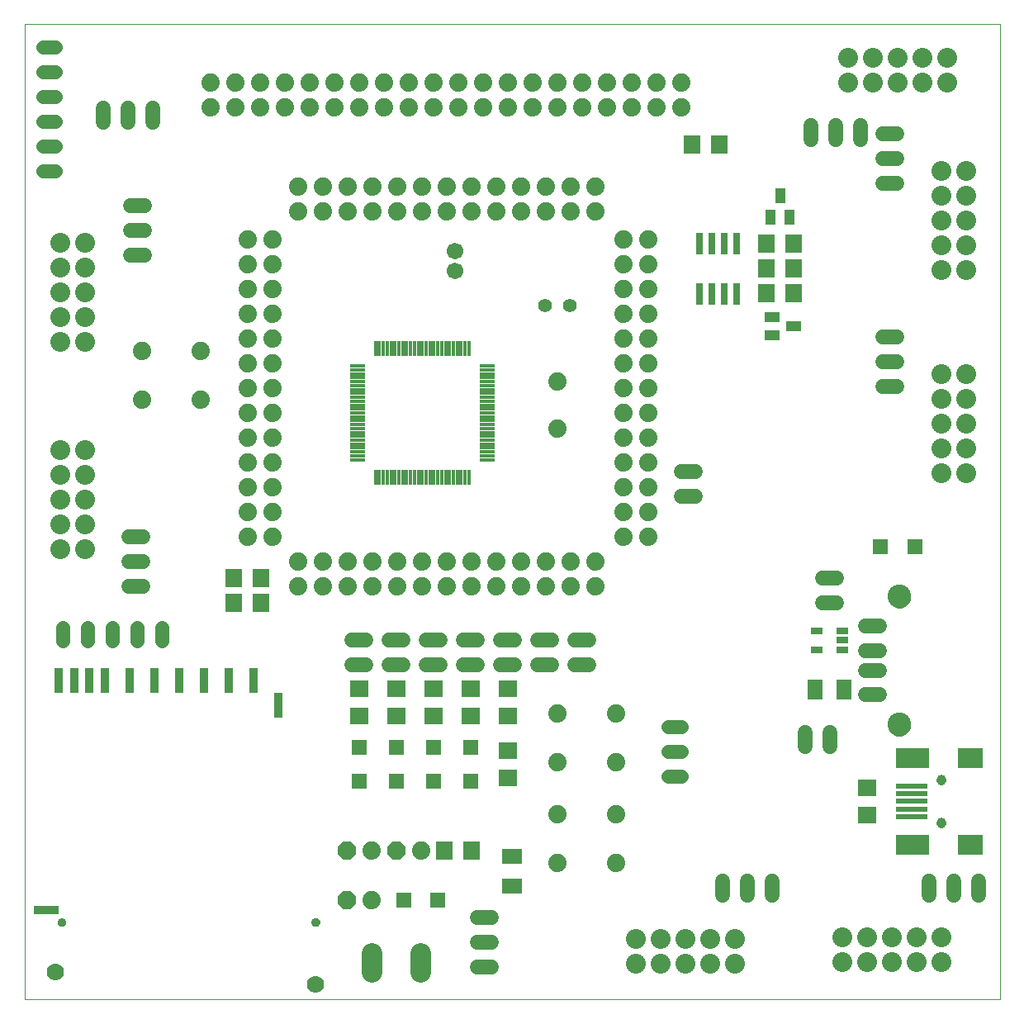
<source format=gts>
G75*
G70*
%OFA0B0*%
%FSLAX24Y24*%
%IPPOS*%
%LPD*%
%AMOC8*
5,1,8,0,0,1.08239X$1,22.5*
%
%ADD10C,0.0000*%
%ADD11C,0.0740*%
%ADD12R,0.0670X0.0750*%
%ADD13R,0.0434X0.0591*%
%ADD14R,0.0591X0.0434*%
%ADD15R,0.0276X0.0906*%
%ADD16C,0.0820*%
%ADD17OC8,0.0740*%
%ADD18R,0.0620X0.0130*%
%ADD19R,0.0130X0.0620*%
%ADD20C,0.0560*%
%ADD21C,0.0394*%
%ADD22R,0.1024X0.0827*%
%ADD23R,0.1339X0.0827*%
%ADD24R,0.1260X0.0237*%
%ADD25C,0.0614*%
%ADD26C,0.0946*%
%ADD27R,0.0750X0.0670*%
%ADD28R,0.0512X0.0257*%
%ADD29R,0.0631X0.0827*%
%ADD30C,0.0600*%
%ADD31C,0.0670*%
%ADD32R,0.0355X0.1024*%
%ADD33R,0.1024X0.0355*%
%ADD34C,0.0700*%
%ADD35C,0.0355*%
%ADD36C,0.0560*%
%ADD37R,0.0631X0.0631*%
%ADD38C,0.0800*%
%ADD39R,0.0827X0.0631*%
D10*
X001089Y000191D02*
X001089Y039562D01*
X040459Y039562D01*
X040459Y000191D01*
X001089Y000191D01*
X002432Y003316D02*
X002434Y003341D01*
X002440Y003365D01*
X002449Y003387D01*
X002462Y003408D01*
X002478Y003427D01*
X002497Y003443D01*
X002518Y003456D01*
X002540Y003465D01*
X002564Y003471D01*
X002589Y003473D01*
X002614Y003471D01*
X002638Y003465D01*
X002660Y003456D01*
X002681Y003443D01*
X002700Y003427D01*
X002716Y003408D01*
X002729Y003387D01*
X002738Y003365D01*
X002744Y003341D01*
X002746Y003316D01*
X002744Y003291D01*
X002738Y003267D01*
X002729Y003245D01*
X002716Y003224D01*
X002700Y003205D01*
X002681Y003189D01*
X002660Y003176D01*
X002638Y003167D01*
X002614Y003161D01*
X002589Y003159D01*
X002564Y003161D01*
X002540Y003167D01*
X002518Y003176D01*
X002497Y003189D01*
X002478Y003205D01*
X002462Y003224D01*
X002449Y003245D01*
X002440Y003267D01*
X002434Y003291D01*
X002432Y003316D01*
X012682Y003316D02*
X012684Y003341D01*
X012690Y003365D01*
X012699Y003387D01*
X012712Y003408D01*
X012728Y003427D01*
X012747Y003443D01*
X012768Y003456D01*
X012790Y003465D01*
X012814Y003471D01*
X012839Y003473D01*
X012864Y003471D01*
X012888Y003465D01*
X012910Y003456D01*
X012931Y003443D01*
X012950Y003427D01*
X012966Y003408D01*
X012979Y003387D01*
X012988Y003365D01*
X012994Y003341D01*
X012996Y003316D01*
X012994Y003291D01*
X012988Y003267D01*
X012979Y003245D01*
X012966Y003224D01*
X012950Y003205D01*
X012931Y003189D01*
X012910Y003176D01*
X012888Y003167D01*
X012864Y003161D01*
X012839Y003159D01*
X012814Y003161D01*
X012790Y003167D01*
X012768Y003176D01*
X012747Y003189D01*
X012728Y003205D01*
X012712Y003224D01*
X012699Y003245D01*
X012690Y003267D01*
X012684Y003291D01*
X012682Y003316D01*
X035948Y011292D02*
X035950Y011334D01*
X035956Y011376D01*
X035966Y011418D01*
X035979Y011458D01*
X035997Y011497D01*
X036018Y011534D01*
X036042Y011568D01*
X036070Y011601D01*
X036100Y011631D01*
X036133Y011657D01*
X036168Y011681D01*
X036206Y011701D01*
X036245Y011717D01*
X036285Y011730D01*
X036327Y011739D01*
X036369Y011744D01*
X036412Y011745D01*
X036454Y011742D01*
X036496Y011735D01*
X036537Y011724D01*
X036577Y011709D01*
X036615Y011691D01*
X036652Y011669D01*
X036686Y011644D01*
X036718Y011616D01*
X036746Y011585D01*
X036772Y011551D01*
X036795Y011515D01*
X036814Y011478D01*
X036830Y011438D01*
X036842Y011397D01*
X036850Y011356D01*
X036854Y011313D01*
X036854Y011271D01*
X036850Y011228D01*
X036842Y011187D01*
X036830Y011146D01*
X036814Y011106D01*
X036795Y011069D01*
X036772Y011033D01*
X036746Y010999D01*
X036718Y010968D01*
X036686Y010940D01*
X036652Y010915D01*
X036615Y010893D01*
X036577Y010875D01*
X036537Y010860D01*
X036496Y010849D01*
X036454Y010842D01*
X036412Y010839D01*
X036369Y010840D01*
X036327Y010845D01*
X036285Y010854D01*
X036245Y010867D01*
X036206Y010883D01*
X036168Y010903D01*
X036133Y010927D01*
X036100Y010953D01*
X036070Y010983D01*
X036042Y011016D01*
X036018Y011050D01*
X035997Y011087D01*
X035979Y011126D01*
X035966Y011166D01*
X035956Y011208D01*
X035950Y011250D01*
X035948Y011292D01*
X037912Y009058D02*
X037914Y009084D01*
X037920Y009110D01*
X037930Y009135D01*
X037943Y009158D01*
X037959Y009178D01*
X037979Y009196D01*
X038001Y009211D01*
X038024Y009223D01*
X038050Y009231D01*
X038076Y009235D01*
X038102Y009235D01*
X038128Y009231D01*
X038154Y009223D01*
X038178Y009211D01*
X038199Y009196D01*
X038219Y009178D01*
X038235Y009158D01*
X038248Y009135D01*
X038258Y009110D01*
X038264Y009084D01*
X038266Y009058D01*
X038264Y009032D01*
X038258Y009006D01*
X038248Y008981D01*
X038235Y008958D01*
X038219Y008938D01*
X038199Y008920D01*
X038177Y008905D01*
X038154Y008893D01*
X038128Y008885D01*
X038102Y008881D01*
X038076Y008881D01*
X038050Y008885D01*
X038024Y008893D01*
X038000Y008905D01*
X037979Y008920D01*
X037959Y008938D01*
X037943Y008958D01*
X037930Y008981D01*
X037920Y009006D01*
X037914Y009032D01*
X037912Y009058D01*
X037912Y007325D02*
X037914Y007351D01*
X037920Y007377D01*
X037930Y007402D01*
X037943Y007425D01*
X037959Y007445D01*
X037979Y007463D01*
X038001Y007478D01*
X038024Y007490D01*
X038050Y007498D01*
X038076Y007502D01*
X038102Y007502D01*
X038128Y007498D01*
X038154Y007490D01*
X038178Y007478D01*
X038199Y007463D01*
X038219Y007445D01*
X038235Y007425D01*
X038248Y007402D01*
X038258Y007377D01*
X038264Y007351D01*
X038266Y007325D01*
X038264Y007299D01*
X038258Y007273D01*
X038248Y007248D01*
X038235Y007225D01*
X038219Y007205D01*
X038199Y007187D01*
X038177Y007172D01*
X038154Y007160D01*
X038128Y007152D01*
X038102Y007148D01*
X038076Y007148D01*
X038050Y007152D01*
X038024Y007160D01*
X038000Y007172D01*
X037979Y007187D01*
X037959Y007205D01*
X037943Y007225D01*
X037930Y007248D01*
X037920Y007273D01*
X037914Y007299D01*
X037912Y007325D01*
X035948Y016466D02*
X035950Y016508D01*
X035956Y016550D01*
X035966Y016592D01*
X035979Y016632D01*
X035997Y016671D01*
X036018Y016708D01*
X036042Y016742D01*
X036070Y016775D01*
X036100Y016805D01*
X036133Y016831D01*
X036168Y016855D01*
X036206Y016875D01*
X036245Y016891D01*
X036285Y016904D01*
X036327Y016913D01*
X036369Y016918D01*
X036412Y016919D01*
X036454Y016916D01*
X036496Y016909D01*
X036537Y016898D01*
X036577Y016883D01*
X036615Y016865D01*
X036652Y016843D01*
X036686Y016818D01*
X036718Y016790D01*
X036746Y016759D01*
X036772Y016725D01*
X036795Y016689D01*
X036814Y016652D01*
X036830Y016612D01*
X036842Y016571D01*
X036850Y016530D01*
X036854Y016487D01*
X036854Y016445D01*
X036850Y016402D01*
X036842Y016361D01*
X036830Y016320D01*
X036814Y016280D01*
X036795Y016243D01*
X036772Y016207D01*
X036746Y016173D01*
X036718Y016142D01*
X036686Y016114D01*
X036652Y016089D01*
X036615Y016067D01*
X036577Y016049D01*
X036537Y016034D01*
X036496Y016023D01*
X036454Y016016D01*
X036412Y016013D01*
X036369Y016014D01*
X036327Y016019D01*
X036285Y016028D01*
X036245Y016041D01*
X036206Y016057D01*
X036168Y016077D01*
X036133Y016101D01*
X036100Y016127D01*
X036070Y016157D01*
X036042Y016190D01*
X036018Y016224D01*
X035997Y016261D01*
X035979Y016300D01*
X035966Y016340D01*
X035956Y016382D01*
X035950Y016424D01*
X035948Y016466D01*
D11*
X026279Y018877D03*
X025279Y018877D03*
X025279Y019877D03*
X025279Y020877D03*
X026279Y020877D03*
X026279Y019877D03*
X026279Y021877D03*
X026279Y022877D03*
X025279Y022877D03*
X025279Y021877D03*
X025279Y023877D03*
X025279Y024877D03*
X026279Y024877D03*
X026279Y023877D03*
X026279Y025877D03*
X026279Y026877D03*
X025279Y026877D03*
X025279Y025877D03*
X025279Y027877D03*
X025279Y028877D03*
X026279Y028877D03*
X026279Y027877D03*
X026279Y029877D03*
X026279Y030877D03*
X025279Y030877D03*
X025279Y029877D03*
X024153Y032006D03*
X023153Y032006D03*
X022153Y032006D03*
X021153Y032006D03*
X020153Y032006D03*
X019153Y032006D03*
X018153Y032006D03*
X017153Y032006D03*
X016153Y032006D03*
X015153Y032006D03*
X014153Y032006D03*
X013153Y032006D03*
X012153Y032006D03*
X012153Y033006D03*
X013153Y033006D03*
X014153Y033006D03*
X015153Y033006D03*
X016153Y033006D03*
X017153Y033006D03*
X018153Y033006D03*
X019153Y033006D03*
X020153Y033006D03*
X021153Y033006D03*
X022153Y033006D03*
X023153Y033006D03*
X024153Y033006D03*
X024589Y036191D03*
X024589Y037191D03*
X023589Y037191D03*
X023589Y036191D03*
X022589Y036191D03*
X022589Y037191D03*
X021589Y037191D03*
X021589Y036191D03*
X020589Y036191D03*
X020589Y037191D03*
X019589Y037191D03*
X019589Y036191D03*
X018589Y036191D03*
X018589Y037191D03*
X017589Y037191D03*
X017589Y036191D03*
X016589Y036191D03*
X016589Y037191D03*
X015589Y037191D03*
X015589Y036191D03*
X014589Y036191D03*
X014589Y037191D03*
X013589Y037191D03*
X013589Y036191D03*
X012589Y036191D03*
X012589Y037191D03*
X011589Y037191D03*
X011589Y036191D03*
X010589Y036191D03*
X010589Y037191D03*
X009589Y037191D03*
X009589Y036191D03*
X008589Y036191D03*
X008589Y037191D03*
X010092Y030877D03*
X010092Y029877D03*
X011092Y029877D03*
X011092Y030877D03*
X011092Y028877D03*
X011092Y027877D03*
X010092Y027877D03*
X010092Y028877D03*
X010092Y026877D03*
X010092Y025877D03*
X011092Y025877D03*
X011092Y026877D03*
X011092Y024877D03*
X011092Y023877D03*
X010092Y023877D03*
X010092Y024877D03*
X008206Y024399D03*
X010092Y022877D03*
X010092Y021877D03*
X011092Y021877D03*
X011092Y022877D03*
X011092Y020877D03*
X011092Y019877D03*
X010092Y019877D03*
X010092Y020877D03*
X010092Y018877D03*
X011092Y018877D03*
X012149Y017878D03*
X013149Y017878D03*
X014149Y017878D03*
X015149Y017878D03*
X016149Y017878D03*
X017149Y017878D03*
X018149Y017878D03*
X019149Y017878D03*
X020149Y017878D03*
X021149Y017878D03*
X022149Y017878D03*
X023149Y017878D03*
X024149Y017878D03*
X024149Y016878D03*
X023149Y016878D03*
X022149Y016878D03*
X021149Y016878D03*
X020149Y016878D03*
X019149Y016878D03*
X018149Y016878D03*
X017149Y016878D03*
X016149Y016878D03*
X015149Y016878D03*
X014149Y016878D03*
X013149Y016878D03*
X012149Y016878D03*
X005846Y024399D03*
X005846Y026359D03*
X008206Y026359D03*
X022589Y025141D03*
X022589Y023241D03*
X022596Y011734D03*
X022596Y009774D03*
X022596Y007671D03*
X022596Y005711D03*
X024956Y005711D03*
X024956Y007671D03*
X024956Y009774D03*
X024956Y011734D03*
X017089Y006191D03*
X015089Y006191D03*
X015089Y004191D03*
X025589Y036191D03*
X026589Y036191D03*
X027589Y036191D03*
X027589Y037191D03*
X026589Y037191D03*
X025589Y037191D03*
D12*
X028029Y034691D03*
X029148Y034691D03*
X031029Y030691D03*
X031029Y029691D03*
X031029Y028691D03*
X032148Y028691D03*
X032148Y029691D03*
X032148Y030691D03*
X010648Y017191D03*
X010648Y016191D03*
X009529Y016191D03*
X009529Y017191D03*
X018029Y006191D03*
X019148Y006191D03*
D13*
X031214Y031758D03*
X031963Y031758D03*
X031589Y032625D03*
D14*
X031280Y027753D03*
X031280Y027005D03*
X032147Y027379D03*
D15*
X029839Y028668D03*
X029339Y028668D03*
X028839Y028668D03*
X028339Y028668D03*
X028339Y030715D03*
X028839Y030715D03*
X029339Y030715D03*
X029839Y030715D03*
D16*
X017079Y002081D02*
X017079Y001301D01*
X015099Y001301D02*
X015099Y002081D01*
D17*
X014089Y004191D03*
X014089Y006191D03*
X016089Y006191D03*
D18*
X014538Y021987D03*
X014538Y022147D03*
X014538Y022307D03*
X014538Y022457D03*
X014538Y022617D03*
X014538Y022777D03*
X014538Y022937D03*
X014538Y023087D03*
X014538Y023247D03*
X014538Y023407D03*
X014538Y023567D03*
X014538Y023717D03*
X014538Y023877D03*
X014538Y024037D03*
X014538Y024187D03*
X014538Y024347D03*
X014538Y024507D03*
X014538Y024667D03*
X014538Y024817D03*
X014538Y024977D03*
X014538Y025137D03*
X014538Y025297D03*
X014538Y025447D03*
X014538Y025607D03*
X014538Y025767D03*
X019758Y025767D03*
X019758Y025607D03*
X019758Y025447D03*
X019758Y025297D03*
X019758Y025137D03*
X019758Y024977D03*
X019758Y024817D03*
X019758Y024667D03*
X019758Y024507D03*
X019758Y024347D03*
X019758Y024187D03*
X019758Y024037D03*
X019758Y023877D03*
X019758Y023717D03*
X019758Y023567D03*
X019758Y023407D03*
X019758Y023247D03*
X019758Y023087D03*
X019758Y022937D03*
X019758Y022777D03*
X019758Y022617D03*
X019758Y022457D03*
X019758Y022307D03*
X019758Y022147D03*
X019758Y021987D03*
D19*
X019038Y021267D03*
X018878Y021267D03*
X018718Y021267D03*
X018568Y021267D03*
X018408Y021267D03*
X018248Y021267D03*
X018088Y021267D03*
X017938Y021267D03*
X017778Y021267D03*
X017618Y021267D03*
X017458Y021267D03*
X017308Y021267D03*
X017148Y021267D03*
X016988Y021267D03*
X016838Y021267D03*
X016678Y021267D03*
X016518Y021267D03*
X016358Y021267D03*
X016208Y021267D03*
X016048Y021267D03*
X015888Y021267D03*
X015728Y021267D03*
X015578Y021267D03*
X015418Y021267D03*
X015258Y021267D03*
X015258Y026487D03*
X015418Y026487D03*
X015578Y026487D03*
X015728Y026487D03*
X015888Y026487D03*
X016048Y026487D03*
X016208Y026487D03*
X016358Y026487D03*
X016518Y026487D03*
X016678Y026487D03*
X016838Y026487D03*
X016988Y026487D03*
X017148Y026487D03*
X017308Y026487D03*
X017458Y026487D03*
X017618Y026487D03*
X017778Y026487D03*
X017938Y026487D03*
X018088Y026487D03*
X018248Y026487D03*
X018408Y026487D03*
X018568Y026487D03*
X018718Y026487D03*
X018878Y026487D03*
X019038Y026487D03*
D20*
X022089Y028191D03*
X023089Y028191D03*
D21*
X038089Y009058D03*
X038089Y007325D03*
D22*
X039270Y006440D03*
X039270Y009943D03*
D23*
X036947Y009943D03*
X036947Y006440D03*
D24*
X036907Y007562D03*
X036907Y007877D03*
X036907Y008191D03*
X036907Y008506D03*
X036907Y008821D03*
D25*
X035621Y012501D02*
X035047Y012501D01*
X035047Y013485D02*
X035621Y013485D01*
X035621Y014273D02*
X035047Y014273D01*
X035047Y015257D02*
X035621Y015257D01*
D26*
X036401Y016466D03*
X036401Y011292D03*
D27*
X035089Y008751D03*
X035089Y007632D03*
X020589Y009132D03*
X020589Y010251D03*
X020589Y011632D03*
X020589Y012751D03*
X019089Y012751D03*
X019089Y011632D03*
X017589Y011632D03*
X017589Y012751D03*
X016089Y012751D03*
X016089Y011632D03*
X014589Y011632D03*
X014589Y012751D03*
D28*
X033077Y014317D03*
X033077Y015066D03*
X034100Y015066D03*
X034100Y014691D03*
X034100Y014317D03*
D29*
X034179Y012691D03*
X032998Y012691D03*
D30*
X032589Y010971D02*
X032589Y010411D01*
X033589Y010411D02*
X033589Y010971D01*
X033869Y016191D02*
X033309Y016191D01*
X033309Y017191D02*
X033869Y017191D01*
X028181Y020504D02*
X027621Y020504D01*
X027621Y021504D02*
X028181Y021504D01*
X023869Y014691D02*
X023309Y014691D01*
X022369Y014691D02*
X021809Y014691D01*
X020869Y014691D02*
X020309Y014691D01*
X019369Y014691D02*
X018809Y014691D01*
X017869Y014691D02*
X017309Y014691D01*
X016369Y014691D02*
X015809Y014691D01*
X014869Y014691D02*
X014309Y014691D01*
X014309Y013691D02*
X014869Y013691D01*
X015809Y013691D02*
X016369Y013691D01*
X017309Y013691D02*
X017869Y013691D01*
X018809Y013691D02*
X019369Y013691D01*
X020309Y013691D02*
X020869Y013691D01*
X021809Y013691D02*
X022369Y013691D01*
X023309Y013691D02*
X023869Y013691D01*
X029276Y004971D02*
X029276Y004411D01*
X030276Y004411D02*
X030276Y004971D01*
X031276Y004971D02*
X031276Y004411D01*
X037589Y004411D02*
X037589Y004971D01*
X038589Y004971D02*
X038589Y004411D01*
X039589Y004411D02*
X039589Y004971D01*
X019931Y003504D02*
X019371Y003504D01*
X019371Y002504D02*
X019931Y002504D01*
X019931Y001504D02*
X019371Y001504D01*
X005869Y016879D02*
X005309Y016879D01*
X005309Y017879D02*
X005869Y017879D01*
X005869Y018879D02*
X005309Y018879D01*
X005371Y030254D02*
X005931Y030254D01*
X005931Y031254D02*
X005371Y031254D01*
X005371Y032254D02*
X005931Y032254D01*
X006276Y035599D02*
X006276Y036159D01*
X005276Y036159D02*
X005276Y035599D01*
X004276Y035599D02*
X004276Y036159D01*
X032839Y035471D02*
X032839Y034911D01*
X033839Y034911D02*
X033839Y035471D01*
X034839Y035471D02*
X034839Y034911D01*
X035746Y035129D02*
X036306Y035129D01*
X036306Y034129D02*
X035746Y034129D01*
X035746Y033129D02*
X036306Y033129D01*
X036306Y026941D02*
X035746Y026941D01*
X035746Y025941D02*
X036306Y025941D01*
X036306Y024941D02*
X035746Y024941D01*
D31*
X018464Y029604D03*
X018464Y030404D03*
D32*
X010339Y013066D03*
X009339Y013066D03*
X008339Y013066D03*
X007339Y013066D03*
X006339Y013066D03*
X005339Y013066D03*
X004339Y013066D03*
X003714Y013066D03*
X003089Y013066D03*
X002464Y013066D03*
X011339Y012066D03*
D33*
X001964Y003816D03*
D34*
X002339Y001316D03*
X012839Y000816D03*
D35*
X012839Y003316D03*
X002589Y003316D03*
D36*
X002651Y014681D02*
X002651Y015201D01*
X003651Y015201D02*
X003651Y014681D01*
X004651Y014681D02*
X004651Y015201D01*
X005651Y015201D02*
X005651Y014681D01*
X006651Y014681D02*
X006651Y015201D01*
X002349Y033629D02*
X001829Y033629D01*
X001829Y034629D02*
X002349Y034629D01*
X002349Y035629D02*
X001829Y035629D01*
X001829Y036629D02*
X002349Y036629D01*
X002349Y037629D02*
X001829Y037629D01*
X001829Y038629D02*
X002349Y038629D01*
X027079Y011191D02*
X027599Y011191D01*
X027599Y010191D02*
X027079Y010191D01*
X027079Y009191D02*
X027599Y009191D01*
D37*
X019089Y009003D03*
X019089Y010380D03*
X017589Y010380D03*
X017589Y009003D03*
X016089Y009003D03*
X016089Y010380D03*
X014589Y010380D03*
X014589Y009003D03*
X016400Y004191D03*
X017777Y004191D03*
X035650Y018473D03*
X037028Y018473D03*
D38*
X038089Y021441D03*
X038089Y022441D03*
X039089Y022441D03*
X039089Y021441D03*
X039089Y023441D03*
X039089Y024441D03*
X039089Y025441D03*
X038089Y025441D03*
X038089Y024441D03*
X038089Y023441D03*
X038089Y029629D03*
X039089Y029629D03*
X039089Y030629D03*
X039089Y031629D03*
X039089Y032629D03*
X039089Y033629D03*
X038089Y033629D03*
X038089Y032629D03*
X038089Y031629D03*
X038089Y030629D03*
X038339Y037191D03*
X037339Y037191D03*
X037339Y038191D03*
X038339Y038191D03*
X036339Y038191D03*
X035339Y038191D03*
X035339Y037191D03*
X036339Y037191D03*
X034339Y037191D03*
X034339Y038191D03*
X003526Y030754D03*
X002526Y030754D03*
X002526Y029754D03*
X002526Y028754D03*
X003526Y028754D03*
X003526Y029754D03*
X003526Y027754D03*
X002526Y027754D03*
X002526Y026754D03*
X003526Y026754D03*
X003526Y022379D03*
X002526Y022379D03*
X002526Y021379D03*
X002526Y020379D03*
X003526Y020379D03*
X003526Y021379D03*
X003526Y019379D03*
X003526Y018379D03*
X002526Y018379D03*
X002526Y019379D03*
X025776Y002629D03*
X025776Y001629D03*
X026776Y001629D03*
X026776Y002629D03*
X027776Y002629D03*
X027776Y001629D03*
X028776Y001629D03*
X028776Y002629D03*
X029776Y002629D03*
X029776Y001629D03*
X034089Y001691D03*
X035089Y001691D03*
X036089Y001691D03*
X036089Y002691D03*
X035089Y002691D03*
X034089Y002691D03*
X037089Y002691D03*
X037089Y001691D03*
X038089Y001691D03*
X038089Y002691D03*
D39*
X020776Y004788D03*
X020776Y005970D03*
M02*

</source>
